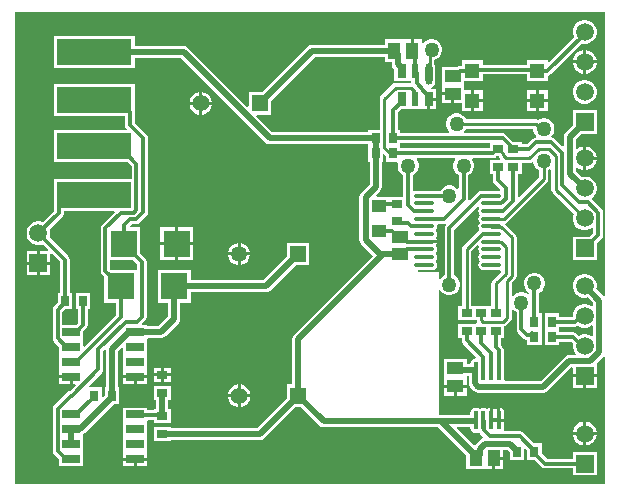
<source format=gtl>
G04*
G04 #@! TF.GenerationSoftware,Altium Limited,Altium Designer,21.0.9 (235)*
G04*
G04 Layer_Physical_Order=1*
G04 Layer_Color=255*
%FSLAX44Y44*%
%MOMM*%
G71*
G04*
G04 #@! TF.SameCoordinates,3ED63D2E-4D53-4139-B350-83C99BDD6A5C*
G04*
G04*
G04 #@! TF.FilePolarity,Positive*
G04*
G01*
G75*
%ADD15C,0.2540*%
%ADD17O,1.7000X0.3500*%
%ADD18R,1.5260X0.6500*%
%ADD19R,0.9000X0.7000*%
%ADD20R,0.7000X1.2000*%
%ADD21O,0.4000X1.6000*%
%ADD22R,1.4000X1.1000*%
%ADD23R,1.1000X1.4000*%
%ADD24R,2.3000X2.3000*%
%ADD25R,0.7000X0.9000*%
%ADD26R,6.3000X2.2000*%
%ADD27R,0.6000X1.2000*%
G04:AMPARAMS|DCode=28|XSize=1.8mm|YSize=0.6mm|CornerRadius=0.3mm|HoleSize=0mm|Usage=FLASHONLY|Rotation=270.000|XOffset=0mm|YOffset=0mm|HoleType=Round|Shape=RoundedRectangle|*
%AMROUNDEDRECTD28*
21,1,1.8000,0.0000,0,0,270.0*
21,1,1.2000,0.6000,0,0,270.0*
1,1,0.6000,0.0000,-0.6000*
1,1,0.6000,0.0000,0.6000*
1,1,0.6000,0.0000,0.6000*
1,1,0.6000,0.0000,-0.6000*
%
%ADD28ROUNDEDRECTD28*%
%ADD29R,1.2000X1.1000*%
%ADD30R,1.2700X1.2700*%
%ADD52C,0.3000*%
%ADD53C,0.5000*%
%ADD54C,1.3500*%
%ADD55R,1.3500X1.3500*%
%ADD56C,1.5000*%
%ADD57R,1.5000X1.5000*%
%ADD58R,1.4000X1.4000*%
%ADD59C,1.4000*%
%ADD60C,1.2700*%
G36*
X313460Y357460D02*
X319361D01*
Y355500D01*
X319753Y353534D01*
X320866Y351866D01*
X321460Y351273D01*
Y341460D01*
X335265D01*
X335502Y340835D01*
X334602Y339695D01*
X322422D01*
X320935Y339399D01*
X319675Y338557D01*
X310253Y329135D01*
X309411Y327875D01*
X309115Y326388D01*
Y300040D01*
X299460D01*
Y298139D01*
X218001D01*
X204353Y311787D01*
X204839Y312960D01*
X217040D01*
Y324773D01*
X254128Y361861D01*
X313460D01*
Y357460D01*
D02*
G37*
G36*
X439110Y299830D02*
X439716Y297569D01*
X440886Y295541D01*
X441634Y294793D01*
X441596Y294341D01*
X441178Y293454D01*
X439950Y293210D01*
X438614Y292317D01*
X433916Y287619D01*
X429040D01*
Y289540D01*
X422304D01*
X421913Y290126D01*
X416126Y295913D01*
X414790Y296806D01*
X413213Y297119D01*
X380488D01*
X379962Y298389D01*
X381114Y299541D01*
X382023Y301115D01*
X439110D01*
Y299830D01*
D02*
G37*
G36*
X401960Y284369D02*
X326540D01*
Y285960D01*
Y288881D01*
X401960D01*
Y284369D01*
D02*
G37*
G36*
X500000Y159295D02*
X498730Y158909D01*
X498674Y158994D01*
X492233Y165434D01*
X492540Y166578D01*
Y169222D01*
X491856Y171775D01*
X490534Y174065D01*
X488665Y175934D01*
X486375Y177256D01*
X483822Y177940D01*
X481178D01*
X478625Y177256D01*
X476335Y175934D01*
X474466Y174065D01*
X473144Y171775D01*
X472460Y169222D01*
Y166578D01*
X473144Y164025D01*
X474466Y161735D01*
X476335Y159866D01*
X478625Y158544D01*
X481178Y157860D01*
X483822D01*
X484966Y158167D01*
X489901Y153231D01*
Y150957D01*
X488728Y150471D01*
X488665Y150534D01*
X486375Y151856D01*
X483822Y152540D01*
X481178D01*
X478625Y151856D01*
X476335Y150534D01*
X474466Y148665D01*
X473144Y146375D01*
X472460Y143822D01*
Y141619D01*
X461040D01*
Y144540D01*
X448960D01*
Y130460D01*
Y117560D01*
X461040D01*
Y120481D01*
X471323D01*
X472655Y119149D01*
X472460Y118422D01*
Y115778D01*
X473144Y113225D01*
X474466Y110935D01*
X474849Y110552D01*
X474363Y109379D01*
X469240D01*
X467273Y108988D01*
X465606Y107874D01*
X445371Y87639D01*
X415044D01*
X414162Y88909D01*
X414379Y90000D01*
Y102000D01*
X414027Y103771D01*
X413869Y104007D01*
Y113540D01*
X413556Y115117D01*
X412663Y116453D01*
X411619Y117497D01*
Y120000D01*
X411619Y120000D01*
Y123960D01*
X414540D01*
Y133844D01*
X414875Y133911D01*
X416135Y134753D01*
X419747Y138365D01*
X420589Y139625D01*
X420885Y141112D01*
Y147581D01*
X422155Y147961D01*
X423541Y146574D01*
X424881Y145801D01*
Y131000D01*
X425194Y129424D01*
X426087Y128087D01*
X431110Y123065D01*
X432446Y122172D01*
X433960Y121871D01*
Y117560D01*
X446040D01*
Y130460D01*
Y144540D01*
X444119D01*
Y162113D01*
X445459Y162886D01*
X447114Y164541D01*
X448284Y166569D01*
X448890Y168830D01*
Y171170D01*
X448284Y173431D01*
X447114Y175459D01*
X445459Y177114D01*
X443431Y178284D01*
X441170Y178890D01*
X438830D01*
X436569Y178284D01*
X434541Y177114D01*
X432886Y175459D01*
X431716Y173431D01*
X431110Y171170D01*
Y168830D01*
X431716Y166569D01*
X432886Y164541D01*
X434541Y162886D01*
X435710Y162212D01*
X435688Y161252D01*
X434498Y160762D01*
X434459Y160801D01*
X432431Y161972D01*
X430170Y162578D01*
X427830D01*
X425569Y161972D01*
X423541Y160801D01*
X422155Y159415D01*
X420885Y159794D01*
Y170693D01*
X423747Y173556D01*
X424589Y174816D01*
X424885Y176302D01*
Y208863D01*
X424589Y210350D01*
X423747Y211610D01*
X415414Y219943D01*
X415832Y221321D01*
X415953Y221345D01*
X417213Y222187D01*
X450681Y255655D01*
X451523Y256915D01*
X451819Y258402D01*
Y265912D01*
X452955Y266568D01*
X454225Y265978D01*
Y249390D01*
X454521Y247903D01*
X455363Y246643D01*
X473141Y228865D01*
X472460Y226322D01*
Y223678D01*
X473144Y221125D01*
X474466Y218835D01*
X476335Y216966D01*
X478625Y215644D01*
X481178Y214960D01*
X483822D01*
X486375Y215644D01*
X488665Y216966D01*
X488747Y217049D01*
X489921Y216563D01*
Y212846D01*
X486715Y209640D01*
X472460D01*
Y189560D01*
X492540D01*
Y203815D01*
X496953Y208227D01*
X497846Y209564D01*
X498159Y211140D01*
Y229780D01*
X497846Y231356D01*
X496953Y232693D01*
X488716Y240929D01*
X488665Y242366D01*
X490534Y244235D01*
X491856Y246525D01*
X492540Y249078D01*
Y251722D01*
X491856Y254275D01*
X490534Y256565D01*
X488665Y258434D01*
X486375Y259756D01*
X483822Y260440D01*
X481178D01*
X480034Y260133D01*
X475099Y265068D01*
Y267343D01*
X476272Y267829D01*
X476335Y267766D01*
X478625Y266444D01*
X481178Y265760D01*
X481230D01*
Y275800D01*
Y285840D01*
X481178D01*
X478625Y285156D01*
X476335Y283834D01*
X476272Y283771D01*
X475099Y284257D01*
Y284799D01*
X475139Y285000D01*
Y292071D01*
X479727Y296660D01*
X492540D01*
Y316740D01*
X472460D01*
Y303927D01*
X466366Y297834D01*
X465252Y296166D01*
X464861Y294200D01*
Y286506D01*
X463591Y285980D01*
X457255Y292317D01*
X455918Y293210D01*
X454801Y293432D01*
X454355Y294522D01*
X454359Y294786D01*
X455114Y295541D01*
X456284Y297569D01*
X456890Y299830D01*
Y302170D01*
X456284Y304431D01*
X455114Y306459D01*
X453459Y308114D01*
X451431Y309284D01*
X449170Y309890D01*
X446830D01*
X444569Y309284D01*
X443028Y308395D01*
X442737Y308589D01*
X441251Y308885D01*
X382023D01*
X381114Y310459D01*
X379459Y312114D01*
X377431Y313284D01*
X375170Y313890D01*
X372830D01*
X370569Y313284D01*
X368541Y312114D01*
X366886Y310459D01*
X365716Y308431D01*
X365110Y306170D01*
Y303830D01*
X365716Y301569D01*
X366886Y299541D01*
X368038Y298389D01*
X367512Y297119D01*
X326540D01*
Y300040D01*
X324619D01*
Y314794D01*
X327285Y317460D01*
X349230D01*
Y326000D01*
X350500D01*
Y327270D01*
X356540D01*
Y334540D01*
X352916D01*
X352680Y335694D01*
X352704Y335810D01*
X354494Y337006D01*
X355719Y338838D01*
X356148Y341000D01*
Y353000D01*
X355719Y355162D01*
X355047Y356167D01*
Y359235D01*
X356431Y359606D01*
X358459Y360776D01*
X360114Y362431D01*
X361284Y364459D01*
X361890Y366720D01*
Y369060D01*
X361284Y371321D01*
X360114Y373349D01*
X358459Y375004D01*
X356431Y376174D01*
X354170Y376780D01*
X351830D01*
X349569Y376174D01*
X347541Y375004D01*
X345886Y373349D01*
X345810Y373217D01*
X344540Y373557D01*
Y376540D01*
X337770D01*
Y367000D01*
X335230D01*
Y376540D01*
X313460D01*
Y372139D01*
X252000D01*
X250033Y371748D01*
X248366Y370634D01*
X209773Y332040D01*
X197960D01*
Y319839D01*
X196787Y319353D01*
X146506Y369634D01*
X144839Y370748D01*
X142872Y371139D01*
X101540D01*
Y379540D01*
X33460D01*
Y352460D01*
X101540D01*
Y360861D01*
X140744D01*
X212239Y289366D01*
X213906Y288252D01*
X215872Y287861D01*
X299460D01*
Y272960D01*
X300361D01*
Y253756D01*
X293326Y246721D01*
X292212Y245054D01*
X291821Y243088D01*
Y206912D01*
X292212Y204946D01*
X293326Y203279D01*
X303169Y193436D01*
X236366Y126634D01*
X235252Y124966D01*
X234861Y123000D01*
Y84540D01*
X230460D01*
Y72727D01*
X205371Y47639D01*
X132040D01*
Y48540D01*
X117960D01*
Y36460D01*
X132040D01*
Y37361D01*
X207500D01*
X209466Y37752D01*
X211134Y38866D01*
X237727Y65460D01*
X242273D01*
X257906Y49826D01*
X259573Y48713D01*
X261540Y48321D01*
X358411D01*
X382460Y24273D01*
Y12460D01*
X404230D01*
Y22000D01*
X405500D01*
Y23270D01*
X413540D01*
Y28901D01*
X417331D01*
X418960Y27273D01*
Y20460D01*
X431040D01*
Y29975D01*
X432213Y30461D01*
X433960Y28715D01*
Y20460D01*
X440215D01*
X446087Y14587D01*
X447424Y13694D01*
X449000Y13381D01*
X472460D01*
Y7460D01*
X492540D01*
Y27540D01*
X472460D01*
Y21619D01*
X450706D01*
X446040Y26285D01*
Y34540D01*
X439785D01*
X430833Y43493D01*
X429496Y44386D01*
X427920Y44699D01*
X414532D01*
X413853Y45969D01*
X414027Y46229D01*
X414379Y48000D01*
Y52730D01*
X409750D01*
Y54000D01*
X408480D01*
Y64376D01*
X407979Y64277D01*
X406500Y63289D01*
X405021Y64277D01*
X404520Y64376D01*
Y54000D01*
X401980D01*
Y64376D01*
X401479Y64277D01*
X400000Y63289D01*
X398521Y64277D01*
X396750Y64629D01*
X394979Y64277D01*
X393500Y63289D01*
X392021Y64277D01*
X390250Y64629D01*
X388479Y64277D01*
X386977Y63273D01*
X385973Y61771D01*
X385621Y60000D01*
Y58599D01*
X359000D01*
Y81000D01*
Y164268D01*
X360270Y164609D01*
X360886Y163541D01*
X362541Y161886D01*
X364569Y160716D01*
X366830Y160110D01*
X369170D01*
X371431Y160716D01*
X373459Y161886D01*
X375114Y163541D01*
X376284Y165569D01*
X376890Y167830D01*
Y170170D01*
X376284Y172431D01*
X375114Y174459D01*
X373459Y176114D01*
X372119Y176887D01*
Y215482D01*
X391567Y234930D01*
X393011Y234734D01*
X393370Y234066D01*
X393097Y233504D01*
X392709Y232924D01*
X392376Y231250D01*
X392709Y229576D01*
X393097Y228996D01*
X393581Y228000D01*
X393097Y227004D01*
X392709Y226424D01*
X392376Y224750D01*
X392709Y223076D01*
X393097Y222496D01*
X393581Y221500D01*
X393097Y220504D01*
X392709Y219924D01*
X392376Y218250D01*
X392709Y216576D01*
X392971Y216184D01*
X392632Y214431D01*
X392456Y214313D01*
X379753Y201610D01*
X378911Y200350D01*
X378615Y198863D01*
Y151040D01*
X375460D01*
Y138960D01*
X391121D01*
X391411Y137501D01*
X391539Y137310D01*
X390860Y136040D01*
X375460D01*
Y123960D01*
X378381D01*
Y122000D01*
X378694Y120424D01*
X379587Y119087D01*
X390875Y107800D01*
X390250Y106629D01*
X388479Y106277D01*
X386977Y105273D01*
X385973Y103771D01*
X385649Y102139D01*
X382540D01*
Y106040D01*
X363460D01*
Y89960D01*
Y84270D01*
X373000D01*
X382540D01*
Y91861D01*
X384297D01*
Y85564D01*
X384688Y83597D01*
X385802Y81930D01*
X388866Y78866D01*
X390533Y77752D01*
X392500Y77361D01*
X447500D01*
X449467Y77752D01*
X451134Y78866D01*
X471190Y98923D01*
X472460Y98670D01*
Y92970D01*
X482500D01*
X492540D01*
Y101740D01*
X492540Y101740D01*
X492540D01*
X493146Y102745D01*
X498674Y108272D01*
X498730Y108357D01*
X500000Y107971D01*
Y0D01*
X0D01*
Y400000D01*
X500000D01*
Y159295D01*
D02*
G37*
G36*
X372766Y274861D02*
X371716Y273041D01*
X371110Y270780D01*
Y268440D01*
X371716Y266179D01*
X372886Y264151D01*
X374541Y262496D01*
X375881Y261723D01*
Y250488D01*
X374611Y249961D01*
X373459Y251114D01*
X371431Y252284D01*
X369170Y252890D01*
X366830D01*
X364569Y252284D01*
X362541Y251114D01*
X360886Y249459D01*
X360202Y248274D01*
X354950D01*
X354924Y248291D01*
X353250Y248624D01*
X339750D01*
X338389Y248353D01*
X337119Y249063D01*
Y261723D01*
X338459Y262496D01*
X340114Y264151D01*
X341284Y266179D01*
X341890Y268440D01*
Y270780D01*
X341284Y273041D01*
X340234Y274861D01*
X340657Y276131D01*
X372343D01*
X372766Y274861D01*
D02*
G37*
G36*
X410101Y276935D02*
X410853Y275810D01*
X410620Y274895D01*
X410473Y274540D01*
X401960D01*
Y262460D01*
X404881D01*
Y257696D01*
X405194Y256119D01*
X406087Y254783D01*
X411126Y249745D01*
X410500Y248574D01*
X410250Y248624D01*
X396750D01*
X395076Y248291D01*
X395050Y248274D01*
X394966D01*
X393390Y247960D01*
X392053Y247067D01*
X385196Y240210D01*
X384025Y240835D01*
X384119Y241306D01*
Y261723D01*
X385459Y262496D01*
X387114Y264151D01*
X388284Y266179D01*
X388890Y268440D01*
Y270780D01*
X388284Y273041D01*
X387234Y274861D01*
X387657Y276131D01*
X404750D01*
X406326Y276444D01*
X407663Y277337D01*
X407785Y277460D01*
X409997D01*
X410101Y276935D01*
D02*
G37*
G36*
X314253Y278253D02*
X314460Y278115D01*
Y272960D01*
X323651D01*
X324424Y271952D01*
X324110Y270780D01*
Y268440D01*
X324716Y266179D01*
X325886Y264151D01*
X327541Y262496D01*
X328881Y261723D01*
Y243540D01*
X316960D01*
Y243540D01*
X316540Y243540D01*
Y243540D01*
X306339D01*
X305853Y244713D01*
X309134Y247994D01*
X310248Y249661D01*
X310639Y251628D01*
Y272960D01*
X311540D01*
Y279307D01*
X312713Y279793D01*
X314253Y278253D01*
D02*
G37*
G36*
X438065Y272781D02*
X438924Y272465D01*
X439180Y272258D01*
X439650Y270503D01*
X440820Y268476D01*
X442476Y266820D01*
X444050Y265912D01*
Y260011D01*
X427292Y243254D01*
X426119Y243740D01*
Y262460D01*
X429040D01*
Y271925D01*
X435442D01*
X436928Y272221D01*
X437774Y272786D01*
X438065Y272781D01*
D02*
G37*
G36*
X364750Y219596D02*
X364194Y218765D01*
X363881Y217188D01*
Y176887D01*
X362541Y176114D01*
X360886Y174459D01*
X360270Y173391D01*
X359000Y173731D01*
Y180000D01*
X341068D01*
X340998Y180106D01*
X341679Y181376D01*
X353250D01*
X354924Y181709D01*
X356343Y182657D01*
X357291Y184076D01*
X357624Y185750D01*
X357291Y187424D01*
X356903Y188004D01*
X356419Y189000D01*
X356903Y189996D01*
X357291Y190576D01*
X357624Y192250D01*
X357291Y193924D01*
X356903Y194504D01*
X356419Y195500D01*
X356903Y196496D01*
X357291Y197076D01*
X357624Y198750D01*
X357291Y200424D01*
X356903Y201004D01*
X356419Y202000D01*
X356903Y202996D01*
X357291Y203576D01*
X357371Y203980D01*
X346500D01*
Y206520D01*
X357371D01*
X357291Y206924D01*
X356343Y208343D01*
Y208657D01*
X357291Y210076D01*
X357624Y211750D01*
X357291Y213424D01*
X356903Y214004D01*
X356419Y215000D01*
X356903Y215996D01*
X357291Y216576D01*
X357624Y218250D01*
X357403Y219361D01*
X358230Y220631D01*
X363444D01*
X363986Y220739D01*
X364750Y219596D01*
D02*
G37*
G36*
X392796Y202018D02*
X393215Y201248D01*
X393097Y201004D01*
X392709Y200424D01*
X392376Y198750D01*
X392709Y197076D01*
X393097Y196496D01*
X393581Y195500D01*
X393097Y194504D01*
X392709Y193924D01*
X392376Y192250D01*
X392709Y190576D01*
X393097Y189996D01*
X393581Y189000D01*
X393097Y188004D01*
X392709Y187424D01*
X392376Y185750D01*
X392709Y184076D01*
X393657Y182657D01*
X395076Y181709D01*
X396750Y181376D01*
X410250D01*
X411327Y180494D01*
X411375Y179355D01*
X404753Y172733D01*
X403911Y171473D01*
X403615Y169986D01*
Y151040D01*
X386385D01*
Y197254D01*
X391343Y202212D01*
X392796Y202018D01*
D02*
G37*
G36*
X489901Y134043D02*
Y125557D01*
X488728Y125071D01*
X488665Y125134D01*
X486375Y126456D01*
X483822Y127140D01*
X481178D01*
X478625Y126456D01*
X477594Y125861D01*
X475942Y127513D01*
X474606Y128406D01*
X473030Y128719D01*
X461040D01*
Y133381D01*
X474253D01*
X475829Y133694D01*
X476683Y134265D01*
X478625Y133144D01*
X481178Y132460D01*
X483822D01*
X486375Y133144D01*
X488665Y134466D01*
X488728Y134529D01*
X489901Y134043D01*
D02*
G37*
G36*
X385621Y48000D02*
X385973Y46229D01*
X386977Y44727D01*
X388479Y43723D01*
X390250Y43371D01*
X392021Y43723D01*
X392879Y44297D01*
X393136Y44191D01*
X394029Y42854D01*
X396786Y40097D01*
X396417Y38881D01*
X395946Y38788D01*
X394279Y37674D01*
X389866Y33261D01*
X389677Y32978D01*
X388413Y32854D01*
X374119Y47148D01*
X374605Y48321D01*
X385621D01*
Y48000D01*
D02*
G37*
%LPC*%
G36*
X483822Y392940D02*
X481178D01*
X478625Y392256D01*
X476335Y390934D01*
X474466Y389065D01*
X473144Y386775D01*
X472460Y384222D01*
Y381578D01*
X473144Y379025D01*
X473530Y378356D01*
X452563Y357389D01*
X451390Y357875D01*
Y359090D01*
X433610D01*
Y355119D01*
X396390D01*
Y359090D01*
X378610D01*
Y354319D01*
X377200D01*
X375624Y354006D01*
X374927Y353540D01*
X361460D01*
Y337460D01*
Y331770D01*
X371000D01*
Y330500D01*
X372270D01*
Y322460D01*
X378610D01*
Y315910D01*
X386230D01*
Y324800D01*
Y333690D01*
X380540D01*
Y341310D01*
X396390D01*
Y346881D01*
X433610D01*
Y341310D01*
X451390D01*
Y345958D01*
X452576Y346194D01*
X453913Y347087D01*
X480001Y373176D01*
X481178Y372860D01*
X483822D01*
X486375Y373544D01*
X488665Y374866D01*
X490534Y376735D01*
X491856Y379025D01*
X492540Y381578D01*
Y384222D01*
X491856Y386775D01*
X490534Y389065D01*
X488665Y390934D01*
X486375Y392256D01*
X483822Y392940D01*
D02*
G37*
G36*
Y367540D02*
X483770D01*
Y358770D01*
X492540D01*
Y358822D01*
X491856Y361375D01*
X490534Y363665D01*
X488665Y365534D01*
X486375Y366856D01*
X483822Y367540D01*
D02*
G37*
G36*
X481230D02*
X481178D01*
X478625Y366856D01*
X476335Y365534D01*
X474466Y363665D01*
X473144Y361375D01*
X472460Y358822D01*
Y358770D01*
X481230D01*
Y367540D01*
D02*
G37*
G36*
X492540Y356230D02*
X483770D01*
Y347460D01*
X483822D01*
X486375Y348144D01*
X488665Y349466D01*
X490534Y351335D01*
X491856Y353625D01*
X492540Y356178D01*
Y356230D01*
D02*
G37*
G36*
X481230D02*
X472460D01*
Y356178D01*
X473144Y353625D01*
X474466Y351335D01*
X476335Y349466D01*
X478625Y348144D01*
X481178Y347460D01*
X481230D01*
Y356230D01*
D02*
G37*
G36*
X451390Y333690D02*
X443770D01*
Y326070D01*
X451390D01*
Y333690D01*
D02*
G37*
G36*
X396390D02*
X388770D01*
Y326070D01*
X396390D01*
Y333690D01*
D02*
G37*
G36*
X441230D02*
X433610D01*
Y326070D01*
X441230D01*
Y333690D01*
D02*
G37*
G36*
X158770Y332036D02*
Y323770D01*
X167036D01*
X166390Y326182D01*
X165134Y328358D01*
X163358Y330134D01*
X161182Y331390D01*
X158770Y332036D01*
D02*
G37*
G36*
X156230D02*
X153818Y331390D01*
X151642Y330134D01*
X149866Y328358D01*
X148610Y326182D01*
X147964Y323770D01*
X156230D01*
Y332036D01*
D02*
G37*
G36*
X369730Y329230D02*
X361460D01*
Y322460D01*
X369730D01*
Y329230D01*
D02*
G37*
G36*
X483822Y342140D02*
X481178D01*
X478625Y341456D01*
X476335Y340134D01*
X474466Y338265D01*
X473144Y335975D01*
X472460Y333422D01*
Y330778D01*
X473144Y328225D01*
X474466Y325935D01*
X476335Y324066D01*
X478625Y322744D01*
X481178Y322060D01*
X483822D01*
X486375Y322744D01*
X488665Y324066D01*
X490534Y325935D01*
X491856Y328225D01*
X492540Y330778D01*
Y333422D01*
X491856Y335975D01*
X490534Y338265D01*
X488665Y340134D01*
X486375Y341456D01*
X483822Y342140D01*
D02*
G37*
G36*
X356540Y324730D02*
X351770D01*
Y317460D01*
X356540D01*
Y324730D01*
D02*
G37*
G36*
X451390Y323530D02*
X443770D01*
Y315910D01*
X451390D01*
Y323530D01*
D02*
G37*
G36*
X441230D02*
X433610D01*
Y315910D01*
X441230D01*
Y323530D01*
D02*
G37*
G36*
X396390D02*
X388770D01*
Y315910D01*
X396390D01*
Y323530D01*
D02*
G37*
G36*
X167036Y321230D02*
X158770D01*
Y312964D01*
X161182Y313610D01*
X163358Y314866D01*
X165134Y316642D01*
X166390Y318818D01*
X167036Y321230D01*
D02*
G37*
G36*
X156230D02*
X147964D01*
X148610Y318818D01*
X149866Y316642D01*
X151642Y314866D01*
X153818Y313610D01*
X156230Y312964D01*
Y321230D01*
D02*
G37*
G36*
X483822Y285840D02*
X483770D01*
Y277070D01*
X492540D01*
Y277122D01*
X491856Y279675D01*
X490534Y281965D01*
X488665Y283834D01*
X486375Y285156D01*
X483822Y285840D01*
D02*
G37*
G36*
X492540Y274530D02*
X483770D01*
Y265760D01*
X483822D01*
X486375Y266444D01*
X488665Y267766D01*
X490534Y269635D01*
X491856Y271925D01*
X492540Y274478D01*
Y274530D01*
D02*
G37*
G36*
X101540Y338540D02*
X33460D01*
Y311460D01*
X93381D01*
Y304213D01*
X93694Y302637D01*
X94587Y301301D01*
X95175Y300713D01*
X94689Y299540D01*
X33460D01*
Y272460D01*
X95715D01*
X98921Y269254D01*
Y258540D01*
X33460D01*
Y235898D01*
X33381Y235500D01*
Y231706D01*
X23603Y221929D01*
X21322Y222540D01*
X18678D01*
X16125Y221856D01*
X13835Y220534D01*
X11966Y218665D01*
X10644Y216375D01*
X9960Y213822D01*
Y211178D01*
X10644Y208625D01*
X11966Y206335D01*
X13835Y204466D01*
X16125Y203144D01*
X18678Y202460D01*
X21322D01*
X23603Y203071D01*
X28361Y198313D01*
X27875Y197140D01*
X21270D01*
Y188370D01*
X30040D01*
Y194975D01*
X31213Y195461D01*
X38381Y188294D01*
Y162040D01*
X36460D01*
Y153785D01*
X33297Y150623D01*
X32404Y149286D01*
X32091Y147710D01*
Y123640D01*
X32404Y122064D01*
X33297Y120727D01*
X37710Y116315D01*
Y110560D01*
X37710Y110560D01*
Y109440D01*
X37710D01*
X37710Y109290D01*
Y97860D01*
X37710D01*
Y96740D01*
X37710D01*
Y92220D01*
X47880D01*
Y90950D01*
X49150D01*
Y85160D01*
X51199D01*
X51685Y83987D01*
X46713Y79015D01*
X45660Y78806D01*
X44324Y77913D01*
X33297Y66886D01*
X32404Y65550D01*
X32091Y63973D01*
Y28240D01*
X32404Y26664D01*
X33297Y25327D01*
X37710Y20915D01*
Y15160D01*
X58050D01*
Y26590D01*
X58050Y26740D01*
X58050D01*
Y27860D01*
X58050D01*
Y39440D01*
X58050D01*
Y40560D01*
X58050D01*
Y42675D01*
X59234Y43466D01*
X83727Y67960D01*
X88540D01*
Y82040D01*
X87639D01*
Y112609D01*
X90777Y115747D01*
X91950Y115261D01*
Y110710D01*
X91950Y110560D01*
Y109440D01*
X91950Y109290D01*
Y98010D01*
X91950Y97860D01*
Y96740D01*
X91950Y96590D01*
Y92220D01*
X112290D01*
Y96590D01*
X112290Y96740D01*
Y97860D01*
X112290Y98010D01*
Y109290D01*
X112290Y109440D01*
Y110560D01*
X112290Y110710D01*
Y122140D01*
X112290D01*
Y122641D01*
X113290Y123911D01*
X124050D01*
X126017Y124302D01*
X127684Y125416D01*
X138634Y136366D01*
X139748Y138034D01*
X140139Y140000D01*
Y153460D01*
X149040D01*
Y162361D01*
X212500D01*
X214466Y162752D01*
X216134Y163866D01*
X237977Y185710D01*
X249290D01*
Y204290D01*
X230710D01*
Y192977D01*
X210371Y172639D01*
X149040D01*
Y181540D01*
X120960D01*
Y153460D01*
X129861D01*
Y142128D01*
X121922Y134189D01*
X112290D01*
Y134840D01*
X108067D01*
X107581Y136013D01*
X110413Y138845D01*
X111306Y140181D01*
X111619Y141757D01*
Y188250D01*
X111306Y189826D01*
X110413Y191163D01*
X106290Y195285D01*
Y217540D01*
X97911D01*
X97385Y218810D01*
X98876Y220301D01*
X102968D01*
X104544Y220614D01*
X105881Y221507D01*
X111493Y227119D01*
X112386Y228456D01*
X112699Y230032D01*
Y293133D01*
X112386Y294710D01*
X111493Y296046D01*
X101619Y305920D01*
Y315500D01*
X101540Y315898D01*
Y338540D01*
D02*
G37*
G36*
X151290Y217540D02*
X138520D01*
Y204770D01*
X151290D01*
Y217540D01*
D02*
G37*
G36*
X135980D02*
X123210D01*
Y204770D01*
X135980D01*
Y217540D01*
D02*
G37*
G36*
X191270Y204277D02*
Y196270D01*
X199277D01*
X198657Y198586D01*
X197434Y200704D01*
X195704Y202434D01*
X193586Y203657D01*
X191270Y204277D01*
D02*
G37*
G36*
X188730Y204277D02*
X186414Y203657D01*
X184296Y202434D01*
X182566Y200704D01*
X181343Y198586D01*
X180723Y196270D01*
X188730D01*
Y204277D01*
D02*
G37*
G36*
X151290Y202230D02*
X138520D01*
Y189460D01*
X151290D01*
Y202230D01*
D02*
G37*
G36*
X135980D02*
X123210D01*
Y189460D01*
X135980D01*
Y202230D01*
D02*
G37*
G36*
X18730Y197140D02*
X9960D01*
Y188370D01*
X18730D01*
Y197140D01*
D02*
G37*
G36*
X199277Y193730D02*
X191270D01*
Y185723D01*
X193586Y186343D01*
X195704Y187566D01*
X197434Y189296D01*
X198657Y191414D01*
X199277Y193730D01*
D02*
G37*
G36*
X188730D02*
X180723D01*
X181343Y191414D01*
X182566Y189296D01*
X184296Y187566D01*
X186414Y186343D01*
X188730Y185723D01*
Y193730D01*
D02*
G37*
G36*
X30040Y185830D02*
X21270D01*
Y177060D01*
X30040D01*
Y185830D01*
D02*
G37*
G36*
X18730D02*
X9960D01*
Y177060D01*
X18730D01*
Y185830D01*
D02*
G37*
G36*
X132040Y98540D02*
X126270D01*
Y93770D01*
X132040D01*
Y98540D01*
D02*
G37*
G36*
X123730D02*
X117960D01*
Y93770D01*
X123730D01*
Y98540D01*
D02*
G37*
G36*
X132040Y91230D02*
X126270D01*
Y86460D01*
X132040D01*
Y91230D01*
D02*
G37*
G36*
X123730D02*
X117960D01*
Y86460D01*
X123730D01*
Y91230D01*
D02*
G37*
G36*
X112290Y89680D02*
X103390D01*
Y85160D01*
X112290D01*
Y89680D01*
D02*
G37*
G36*
X100850D02*
X91950D01*
Y85160D01*
X100850D01*
Y89680D01*
D02*
G37*
G36*
X46610D02*
X37710D01*
Y85160D01*
X46610D01*
Y89680D01*
D02*
G37*
G36*
X492540Y90430D02*
X483770D01*
Y81660D01*
X492540D01*
Y90430D01*
D02*
G37*
G36*
X481230D02*
X472460D01*
Y81660D01*
X481230D01*
Y90430D01*
D02*
G37*
G36*
X191270Y84536D02*
Y76270D01*
X199536D01*
X198890Y78682D01*
X197634Y80858D01*
X195858Y82634D01*
X193682Y83890D01*
X191270Y84536D01*
D02*
G37*
G36*
X188730D02*
X186318Y83890D01*
X184142Y82634D01*
X182366Y80858D01*
X181110Y78682D01*
X180464Y76270D01*
X188730D01*
Y84536D01*
D02*
G37*
G36*
X382540Y81730D02*
X374270D01*
Y74960D01*
X382540D01*
Y81730D01*
D02*
G37*
G36*
X371730D02*
X363460D01*
Y74960D01*
X371730D01*
Y81730D01*
D02*
G37*
G36*
X199536Y73730D02*
X191270D01*
Y65464D01*
X193682Y66110D01*
X195858Y67366D01*
X197634Y69142D01*
X198890Y71318D01*
X199536Y73730D01*
D02*
G37*
G36*
X188730D02*
X180464D01*
X181110Y71318D01*
X182366Y69142D01*
X184142Y67366D01*
X186318Y66110D01*
X188730Y65464D01*
Y73730D01*
D02*
G37*
G36*
X132040Y83540D02*
X117960D01*
Y71460D01*
X119861D01*
Y63540D01*
X117960D01*
Y62394D01*
X112290D01*
Y64840D01*
X91950D01*
Y53410D01*
X91950Y53260D01*
Y52140D01*
X91950Y51990D01*
Y40710D01*
X91950Y40560D01*
Y39440D01*
X91950Y39290D01*
Y28010D01*
X91950Y27860D01*
Y26740D01*
X91950Y26590D01*
Y22220D01*
X112290D01*
Y26590D01*
X112290Y26740D01*
Y27860D01*
X112290Y28010D01*
Y39290D01*
X112290Y39440D01*
Y40560D01*
X112290Y40710D01*
Y51990D01*
X112290Y52140D01*
Y53260D01*
X113251Y54156D01*
X117960D01*
Y51460D01*
X132040D01*
Y63540D01*
X130139D01*
Y71460D01*
X132040D01*
Y83540D01*
D02*
G37*
G36*
X411020Y64376D02*
Y55270D01*
X414379D01*
Y60000D01*
X414027Y61771D01*
X413023Y63273D01*
X411521Y64277D01*
X411020Y64376D01*
D02*
G37*
G36*
X483822Y52940D02*
X483770D01*
Y44170D01*
X492540D01*
Y44222D01*
X491856Y46775D01*
X490534Y49065D01*
X488665Y50934D01*
X486375Y52256D01*
X483822Y52940D01*
D02*
G37*
G36*
X481230D02*
X481178D01*
X478625Y52256D01*
X476335Y50934D01*
X474466Y49065D01*
X473144Y46775D01*
X472460Y44222D01*
Y44170D01*
X481230D01*
Y52940D01*
D02*
G37*
G36*
X492540Y41630D02*
X483770D01*
Y32860D01*
X483822D01*
X486375Y33544D01*
X488665Y34866D01*
X490534Y36735D01*
X491856Y39025D01*
X492540Y41578D01*
Y41630D01*
D02*
G37*
G36*
X481230D02*
X472460D01*
Y41578D01*
X473144Y39025D01*
X474466Y36735D01*
X476335Y34866D01*
X478625Y33544D01*
X481178Y32860D01*
X481230D01*
Y41630D01*
D02*
G37*
G36*
X112290Y19680D02*
X103390D01*
Y15160D01*
X112290D01*
Y19680D01*
D02*
G37*
G36*
X100850D02*
X91950D01*
Y15160D01*
X100850D01*
Y19680D01*
D02*
G37*
G36*
X413540Y20730D02*
X406770D01*
Y12460D01*
X413540D01*
Y20730D01*
D02*
G37*
%LPD*%
G36*
X103381Y186544D02*
Y181540D01*
X81785D01*
X80829Y182496D01*
Y189460D01*
X100465D01*
X103381Y186544D01*
D02*
G37*
G36*
X84498Y230287D02*
X73797Y219586D01*
X72904Y218250D01*
X72591Y216673D01*
Y180790D01*
X72904Y179214D01*
X73797Y177877D01*
X75960Y175715D01*
Y153460D01*
X85881D01*
Y143096D01*
X64092Y121308D01*
X64092Y121308D01*
X59223Y116439D01*
X58050Y116925D01*
Y121990D01*
X58050Y122140D01*
X58050D01*
Y123260D01*
X58050D01*
Y129725D01*
X60413Y132087D01*
X61306Y133424D01*
X61619Y135000D01*
Y147960D01*
X63540D01*
Y162040D01*
X51460D01*
Y147960D01*
X53381D01*
Y136706D01*
X51515Y134840D01*
X40329D01*
Y146004D01*
X42285Y147960D01*
X48540D01*
Y162040D01*
X46619D01*
Y190000D01*
X46306Y191576D01*
X45413Y192913D01*
X29429Y208897D01*
X30040Y211178D01*
Y213822D01*
X29429Y216103D01*
X40413Y227087D01*
X41306Y228424D01*
X41619Y230000D01*
Y231460D01*
X84012D01*
X84498Y230287D01*
D02*
G37*
G36*
X77361Y113263D02*
Y82040D01*
X76460D01*
Y75227D01*
X74713Y73481D01*
X73540Y73967D01*
Y82040D01*
X63185D01*
X62659Y83310D01*
X73583Y94234D01*
X74476Y95570D01*
X74789Y97147D01*
Y112487D01*
X76091Y113789D01*
X77361Y113263D01*
D02*
G37*
D15*
X335190Y335810D02*
X339000Y332000D01*
Y326000D02*
Y332000D01*
X322422Y335810D02*
X335190D01*
X351162Y347662D02*
Y366052D01*
X353000Y367890D01*
X350500Y347000D02*
X351162Y347662D01*
X313000Y326388D02*
X322422Y335810D01*
X319500Y281000D02*
X320500Y280000D01*
X313000Y285000D02*
X317000Y281000D01*
X319500D01*
X313000Y285000D02*
Y326388D01*
X441251Y305000D02*
X445251Y301000D01*
X374000Y305000D02*
X441251D01*
X445251Y301000D02*
X448000D01*
X403500Y224500D02*
Y224750D01*
X403684Y224934D02*
X414466D01*
X447934Y258402D01*
Y273934D01*
X403500Y224750D02*
X403684Y224934D01*
X413388Y137500D02*
X417000Y141112D01*
X396488Y137500D02*
X413388D01*
X395000Y138988D02*
Y145000D01*
Y138988D02*
X396488Y137500D01*
X395000Y145000D02*
X395000Y145000D01*
X416302Y275810D02*
X435442D01*
X443726Y284094D01*
X452143D02*
X458110Y278127D01*
Y249390D02*
Y278127D01*
Y249390D02*
X482500Y225000D01*
Y225000D02*
Y225000D01*
X443726Y284094D02*
X452143D01*
X382500Y198863D02*
X395203Y211566D01*
X403316D01*
X382500Y145000D02*
Y198863D01*
X409000Y283500D02*
X410000D01*
X408000D02*
X409000D01*
X413690Y278422D02*
Y279810D01*
Y278422D02*
X416302Y275810D01*
X410000Y283500D02*
X413690Y279810D01*
X403500Y218250D02*
X403684Y218066D01*
X415810Y198756D02*
Y201053D01*
X411797Y218066D02*
X421000Y208863D01*
X403684Y218066D02*
X411797D01*
X421000Y176302D02*
Y208863D01*
X411797Y205066D02*
X415810Y201053D01*
Y178297D02*
Y198756D01*
X403684Y205066D02*
X411797D01*
X417000Y172302D02*
X421000Y176302D01*
X417000Y141112D02*
Y172302D01*
X407500Y169986D02*
X415810Y178297D01*
X407500Y145000D02*
Y169986D01*
X403500Y205250D02*
X403684Y205066D01*
X403316Y211566D02*
X403500Y211750D01*
D17*
Y185750D02*
D03*
Y192250D02*
D03*
Y198750D02*
D03*
Y205250D02*
D03*
Y211750D02*
D03*
Y218250D02*
D03*
Y224750D02*
D03*
Y231250D02*
D03*
Y237750D02*
D03*
Y244250D02*
D03*
X346500Y185750D02*
D03*
Y192250D02*
D03*
Y198750D02*
D03*
Y205250D02*
D03*
Y211750D02*
D03*
Y218250D02*
D03*
Y224750D02*
D03*
Y231250D02*
D03*
Y237750D02*
D03*
Y244250D02*
D03*
D18*
X102120Y59050D02*
D03*
Y46350D02*
D03*
Y33650D02*
D03*
Y20950D02*
D03*
X47880D02*
D03*
Y33650D02*
D03*
Y46350D02*
D03*
Y59050D02*
D03*
X102120Y129050D02*
D03*
Y116350D02*
D03*
Y103650D02*
D03*
Y90950D02*
D03*
X47880D02*
D03*
Y103650D02*
D03*
Y116350D02*
D03*
Y129050D02*
D03*
D19*
X422000Y268500D02*
D03*
Y283500D02*
D03*
X125000Y42500D02*
D03*
X382500Y130000D02*
D03*
Y145000D02*
D03*
X395000Y130000D02*
D03*
Y145000D02*
D03*
X407500Y130000D02*
D03*
Y145000D02*
D03*
X125000Y92500D02*
D03*
Y77500D02*
D03*
Y57500D02*
D03*
X324000Y222500D02*
D03*
Y237500D02*
D03*
X409000Y283500D02*
D03*
Y268500D02*
D03*
D20*
X327500Y350000D02*
D03*
X350500Y326000D02*
D03*
X327500D02*
D03*
D21*
X390250Y96000D02*
D03*
Y54000D02*
D03*
X409750Y96000D02*
D03*
X403250D02*
D03*
X396750D02*
D03*
X409750Y54000D02*
D03*
X403250D02*
D03*
X396750D02*
D03*
D22*
X373000Y98000D02*
D03*
X326000Y194500D02*
D03*
X371000Y345500D02*
D03*
Y330500D02*
D03*
X326000Y209500D02*
D03*
X373000Y83000D02*
D03*
D23*
X321500Y367000D02*
D03*
X390500Y22000D02*
D03*
X405500D02*
D03*
X336500Y367000D02*
D03*
D24*
X135000Y167500D02*
D03*
X90000D02*
D03*
X137250Y203500D02*
D03*
X92250D02*
D03*
D25*
X82500Y75000D02*
D03*
X425000Y27500D02*
D03*
X305500Y280000D02*
D03*
Y293000D02*
D03*
X67500Y75000D02*
D03*
X57500Y155000D02*
D03*
X42500D02*
D03*
X320500Y280000D02*
D03*
Y293000D02*
D03*
X440000Y137500D02*
D03*
X455000D02*
D03*
X440000Y124600D02*
D03*
X455000D02*
D03*
X440000Y27500D02*
D03*
D26*
X67500Y366000D02*
D03*
Y286000D02*
D03*
Y245000D02*
D03*
Y325000D02*
D03*
D27*
X339000Y326000D02*
D03*
Y350000D02*
D03*
D28*
X350500Y347000D02*
D03*
D29*
X308000Y214500D02*
D03*
Y235500D02*
D03*
D30*
X387500Y350200D02*
D03*
Y324800D02*
D03*
X442500D02*
D03*
Y350200D02*
D03*
D52*
X368000Y169000D02*
Y217188D01*
X394966Y244154D01*
X403250Y54000D02*
X409750D01*
X340500Y339500D02*
Y348500D01*
X339000Y350000D02*
X340500Y348500D01*
X350500Y326000D02*
Y328500D01*
X346040Y332960D02*
X350500Y328500D01*
X346040Y332960D02*
Y333960D01*
X340500Y339500D02*
X346040Y333960D01*
X339000Y350000D02*
Y364500D01*
X336500Y367000D02*
X339000Y364500D01*
X319500Y214500D02*
X324500Y209500D01*
X308000Y214500D02*
X319500D01*
X324500Y209500D02*
X326000D01*
X327500D02*
X331750Y205250D01*
X326000Y209500D02*
X327500D01*
X331750Y205250D02*
X346500D01*
X451000Y350000D02*
X482500Y381500D01*
X442700Y350000D02*
X451000D01*
X482500Y381500D02*
Y382900D01*
X320500Y293000D02*
Y316500D01*
X327500Y323500D01*
Y326000D01*
X413213Y293000D02*
X419000Y287213D01*
X320500Y293000D02*
X413213D01*
X387500Y350200D02*
X388300Y351000D01*
X372500Y345500D02*
X377200Y350200D01*
X371000Y345500D02*
X372500D01*
X377200Y350200D02*
X387500D01*
X320750Y280250D02*
X404750D01*
X408000Y283500D01*
X320500Y280000D02*
X320750Y280250D01*
X326000Y194500D02*
X327500D01*
X331750Y198750D02*
X346500D01*
X327500Y194500D02*
X331750Y198750D01*
X310000Y237500D02*
X324000D01*
X308000Y235500D02*
X310000Y237500D01*
X325787Y220713D02*
X333000D01*
X346404Y218346D02*
X346500Y218250D01*
X335368Y218346D02*
X346404D01*
X333000Y220713D02*
X335368Y218346D01*
X324000Y222500D02*
X325787Y220713D01*
X346596Y244154D02*
X367846D01*
X333000Y236312D02*
Y269610D01*
X403404Y244154D02*
X403500Y244250D01*
X346500D02*
X346596Y244154D01*
X346404Y231346D02*
X346500Y231250D01*
Y224750D02*
X363444D01*
X394966Y244154D02*
X403404D01*
X367846D02*
X368000Y244000D01*
X337966Y231346D02*
X346404D01*
X333000Y236312D02*
X337966Y231346D01*
X363444Y224750D02*
X380000Y241306D01*
Y269610D01*
X407500Y115790D02*
Y120000D01*
Y115790D02*
X409750Y113540D01*
X407500Y120000D02*
Y130000D01*
Y120000D02*
X407500Y120000D01*
X409750Y96000D02*
Y113540D01*
X403250Y96000D02*
Y111010D01*
X395000Y119260D02*
X403250Y111010D01*
X395000Y119260D02*
Y130000D01*
X36210Y123640D02*
X43500Y116350D01*
X36210Y147710D02*
X42500Y154000D01*
Y155000D01*
X36210Y123640D02*
Y147710D01*
X42500Y155000D02*
Y190000D01*
X36210Y63973D02*
X47237Y75000D01*
X36210Y28240D02*
X43500Y20950D01*
X36210Y28240D02*
Y63973D01*
X54010Y131510D02*
X57500Y135000D01*
X54010Y130800D02*
Y131510D01*
X57500Y135000D02*
Y155000D01*
X67005Y118395D02*
Y118395D01*
X90000Y141390D02*
Y167500D01*
X67005Y118395D02*
X90000Y141390D01*
X52260Y103650D02*
X67005Y118395D01*
X47880Y103650D02*
X52260D01*
X47880Y129050D02*
X52260D01*
X54010Y130800D01*
X20000Y212500D02*
X42500Y190000D01*
X43500Y116350D02*
X47880D01*
X92250Y203500D02*
X107500Y188250D01*
Y141757D02*
Y188250D01*
X93977Y137500D02*
X103243D01*
X107500Y141757D01*
X48523Y75000D02*
X70670Y97147D01*
Y114193D02*
X93977Y137500D01*
X47237Y75000D02*
X48523D01*
X43500Y20950D02*
X47880D01*
X70670Y97147D02*
Y114193D01*
X65210Y72000D02*
X65500D01*
X67500Y74000D02*
Y75000D01*
X52260Y59050D02*
X65210Y72000D01*
X65500D02*
X67500Y74000D01*
X76710Y180790D02*
X90000Y167500D01*
X76710Y180790D02*
Y216673D01*
X47880Y59050D02*
X52260D01*
X102895Y58275D02*
X124225D01*
X102120Y59050D02*
X102895Y58275D01*
X124225D02*
X125000Y57500D01*
X37500Y235500D02*
X47000Y245000D01*
X67500D01*
X20000Y212500D02*
X37500Y230000D01*
Y235500D01*
X422000Y283500D02*
X435622D01*
X421000D02*
X422000D01*
X463420Y253160D02*
X477720Y238860D01*
X463420Y253160D02*
Y280326D01*
X454342Y289404D02*
X463420Y280326D01*
X441526Y289404D02*
X454342D01*
X435622Y283500D02*
X441526Y289404D01*
X477720Y238860D02*
X484960D01*
X429000Y131000D02*
Y153688D01*
X409000Y257696D02*
X416040Y250656D01*
X409000Y257696D02*
Y268500D01*
X388300Y351000D02*
X441700D01*
X442700Y350000D01*
X494040Y211140D02*
Y229780D01*
X482500Y199600D02*
X494040Y211140D01*
X484960Y238860D02*
X494040Y229780D01*
X419000Y285500D02*
Y287213D01*
Y285500D02*
X421000Y283500D01*
X422000Y239977D02*
Y268500D01*
X403500Y237750D02*
X403596Y237846D01*
X412034D02*
X416040Y241852D01*
Y250656D01*
X413369Y231346D02*
X422000Y239977D01*
X403596Y237846D02*
X412034D01*
X403596Y231346D02*
X413369D01*
X403500Y231250D02*
X403596Y231346D01*
X440000Y124600D02*
Y125600D01*
X438000Y127600D02*
X440000Y125600D01*
X438622Y125978D02*
X440000Y124600D01*
X434022Y125978D02*
X438622D01*
X429000Y131000D02*
X434022Y125978D01*
X440000Y137500D02*
Y170000D01*
X76710Y216673D02*
X89997Y229960D01*
X102968Y224420D02*
X108580Y230032D01*
X97170Y224420D02*
X102968D01*
X92250Y203500D02*
Y219500D01*
X97170Y224420D01*
X89997Y229960D02*
X100673D01*
X103040Y232327D02*
Y270960D01*
X100673Y229960D02*
X103040Y232327D01*
X108580Y230032D02*
Y293133D01*
X97500Y304213D02*
X108580Y293133D01*
X67500Y325000D02*
X88000D01*
X97500Y315500D01*
Y304213D02*
Y315500D01*
X88000Y286000D02*
X103040Y270960D01*
X67500Y286000D02*
X88000D01*
X473030Y124600D02*
X480530Y117100D01*
X455000Y124600D02*
X473030D01*
X480530Y117100D02*
X482500D01*
X382500Y122000D02*
Y130000D01*
Y122000D02*
X396559Y107941D01*
Y96191D02*
Y107941D01*
Y96191D02*
X396750Y96000D01*
Y54000D02*
X396941Y53809D01*
Y45767D02*
Y53809D01*
Y45767D02*
X402128Y40580D01*
X427920D01*
X440000Y27500D02*
Y28500D01*
X427920Y40580D02*
X440000Y28500D01*
X449000Y17500D02*
X482500D01*
X440000Y26500D02*
Y27500D01*
Y26500D02*
X449000Y17500D01*
X474253Y137500D02*
X479253Y142500D01*
X482500D01*
X455000Y137500D02*
X474253D01*
X308000Y235500D02*
X311000Y232500D01*
D53*
X324500Y355500D02*
Y364000D01*
X321500Y367000D02*
X324500Y364000D01*
Y355500D02*
X327500Y352500D01*
Y350000D02*
Y352500D01*
X252000Y367000D02*
X321500D01*
X207500Y322500D02*
X252000Y367000D01*
X360540Y53460D02*
X389710D01*
X390500Y22000D02*
Y23500D01*
X360540Y53460D02*
X390500Y23500D01*
X261540Y53460D02*
X360540D01*
X390500Y22000D02*
X393500Y25000D01*
X311500Y194500D02*
X326000D01*
X309372D02*
X311500D01*
X296960Y206912D02*
X309372Y194500D01*
X296960Y206912D02*
Y243088D01*
X305500Y251628D01*
Y280000D01*
X240000Y123000D02*
X311500Y194500D01*
X96990Y128300D02*
X97740Y129050D01*
X82500Y114738D02*
X96062Y128300D01*
X97740Y129050D02*
X124050D01*
X82500Y74000D02*
Y114738D01*
X96062Y128300D02*
X96990D01*
X212500Y167500D02*
X240000Y195000D01*
X135000Y167500D02*
X212500D01*
X124050Y129050D02*
X135000Y140000D01*
Y167500D01*
X55600Y47100D02*
X82500Y74000D01*
X48630Y47100D02*
X55600D01*
X47880Y46350D02*
X48630Y47100D01*
X47880Y33650D02*
Y46350D01*
X305500Y280000D02*
Y293000D01*
X469960Y262940D02*
X482500Y250400D01*
X469960Y262940D02*
Y284960D01*
X142872Y366000D02*
X215872Y293000D01*
X305500D01*
X482500Y167900D02*
X495040Y155360D01*
Y111906D02*
Y155360D01*
X487374Y104240D02*
X495040Y111906D01*
X67500Y366000D02*
X142872D01*
X389436Y85564D02*
Y96606D01*
X374000Y97000D02*
X389376D01*
X373000Y98000D02*
X374000Y97000D01*
X389436Y85564D02*
X392500Y82500D01*
X447500D01*
X469240Y104240D01*
X487374D01*
X470000Y285000D02*
Y294200D01*
X482500Y306700D01*
X469960Y284960D02*
X470000Y285000D01*
X393500Y29628D02*
X397912Y34040D01*
X419460D02*
X425000Y28500D01*
X397912Y34040D02*
X419460D01*
X240000Y75000D02*
Y123000D01*
X393500Y25000D02*
Y29628D01*
X240000Y75000D02*
X261540Y53460D01*
X125000Y42500D02*
X207500D01*
X240000Y75000D01*
X425000Y27500D02*
Y28500D01*
X125000Y57500D02*
Y77500D01*
D54*
X190000Y195000D02*
D03*
D55*
X240000D02*
D03*
D56*
X482500Y250400D02*
D03*
Y167900D02*
D03*
Y332100D02*
D03*
Y357500D02*
D03*
Y382900D02*
D03*
Y225000D02*
D03*
Y275800D02*
D03*
Y117100D02*
D03*
Y142500D02*
D03*
X20000Y212500D02*
D03*
X482500Y42900D02*
D03*
D57*
Y306700D02*
D03*
Y199600D02*
D03*
Y91700D02*
D03*
X20000Y187100D02*
D03*
X482500Y17500D02*
D03*
D58*
X207500Y322500D02*
D03*
X240000Y75000D02*
D03*
D59*
X190000D02*
D03*
X157500Y322500D02*
D03*
D60*
X368000Y169000D02*
D03*
X353000Y367890D02*
D03*
X374000Y305000D02*
D03*
X368000Y244000D02*
D03*
X333000Y269610D02*
D03*
X380000D02*
D03*
X447934Y273934D02*
D03*
X448000Y301000D02*
D03*
X429000Y153688D02*
D03*
X440000Y170000D02*
D03*
M02*

</source>
